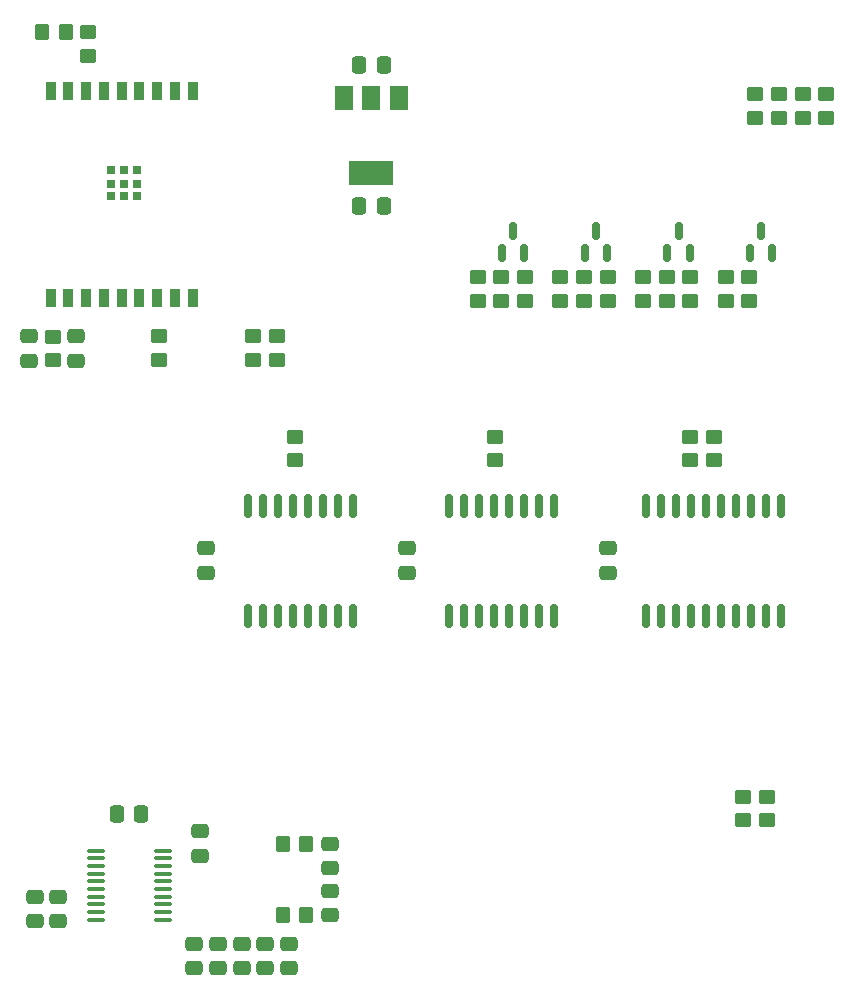
<source format=gtp>
G04 #@! TF.GenerationSoftware,KiCad,Pcbnew,6.0.6-2.fc35*
G04 #@! TF.CreationDate,2022-07-15T01:43:17+02:00*
G04 #@! TF.ProjectId,cw-amp-controll-board,63772d61-6d70-42d6-936f-6e74726f6c6c,rev?*
G04 #@! TF.SameCoordinates,Original*
G04 #@! TF.FileFunction,Paste,Top*
G04 #@! TF.FilePolarity,Positive*
%FSLAX46Y46*%
G04 Gerber Fmt 4.6, Leading zero omitted, Abs format (unit mm)*
G04 Created by KiCad (PCBNEW 6.0.6-2.fc35) date 2022-07-15 01:43:17*
%MOMM*%
%LPD*%
G01*
G04 APERTURE LIST*
G04 Aperture macros list*
%AMRoundRect*
0 Rectangle with rounded corners*
0 $1 Rounding radius*
0 $2 $3 $4 $5 $6 $7 $8 $9 X,Y pos of 4 corners*
0 Add a 4 corners polygon primitive as box body*
4,1,4,$2,$3,$4,$5,$6,$7,$8,$9,$2,$3,0*
0 Add four circle primitives for the rounded corners*
1,1,$1+$1,$2,$3*
1,1,$1+$1,$4,$5*
1,1,$1+$1,$6,$7*
1,1,$1+$1,$8,$9*
0 Add four rect primitives between the rounded corners*
20,1,$1+$1,$2,$3,$4,$5,0*
20,1,$1+$1,$4,$5,$6,$7,0*
20,1,$1+$1,$6,$7,$8,$9,0*
20,1,$1+$1,$8,$9,$2,$3,0*%
G04 Aperture macros list end*
%ADD10RoundRect,0.250000X-0.475000X0.337500X-0.475000X-0.337500X0.475000X-0.337500X0.475000X0.337500X0*%
%ADD11RoundRect,0.150000X0.150000X-0.587500X0.150000X0.587500X-0.150000X0.587500X-0.150000X-0.587500X0*%
%ADD12RoundRect,0.250000X0.450000X-0.350000X0.450000X0.350000X-0.450000X0.350000X-0.450000X-0.350000X0*%
%ADD13RoundRect,0.250000X0.475000X-0.337500X0.475000X0.337500X-0.475000X0.337500X-0.475000X-0.337500X0*%
%ADD14RoundRect,0.250000X-0.350000X-0.450000X0.350000X-0.450000X0.350000X0.450000X-0.350000X0.450000X0*%
%ADD15RoundRect,0.250000X0.337500X0.475000X-0.337500X0.475000X-0.337500X-0.475000X0.337500X-0.475000X0*%
%ADD16RoundRect,0.250000X-0.450000X0.350000X-0.450000X-0.350000X0.450000X-0.350000X0.450000X0.350000X0*%
%ADD17RoundRect,0.250000X-0.337500X-0.475000X0.337500X-0.475000X0.337500X0.475000X-0.337500X0.475000X0*%
%ADD18RoundRect,0.150000X0.150000X-0.875000X0.150000X0.875000X-0.150000X0.875000X-0.150000X-0.875000X0*%
%ADD19R,1.500000X2.000000*%
%ADD20R,3.800000X2.000000*%
%ADD21RoundRect,0.100000X0.637500X0.100000X-0.637500X0.100000X-0.637500X-0.100000X0.637500X-0.100000X0*%
%ADD22R,0.900000X1.500000*%
%ADD23R,0.700000X0.700000*%
G04 APERTURE END LIST*
D10*
X149000000Y-117962500D03*
X149000000Y-120037500D03*
D11*
X157050000Y-92937500D03*
X158950000Y-92937500D03*
X158000000Y-91062500D03*
D12*
X128000000Y-102000000D03*
X128000000Y-100000000D03*
X138000000Y-102000000D03*
X138000000Y-100000000D03*
D13*
X133000000Y-153512500D03*
X133000000Y-151437500D03*
D14*
X138500000Y-142975000D03*
X140500000Y-142975000D03*
D13*
X135000000Y-153512500D03*
X135000000Y-151437500D03*
D15*
X126500000Y-140475000D03*
X124425000Y-140475000D03*
D16*
X178500000Y-79500000D03*
X178500000Y-81500000D03*
X156500000Y-108500000D03*
X156500000Y-110500000D03*
D17*
X144962500Y-77000000D03*
X147037500Y-77000000D03*
D11*
X164050000Y-92937500D03*
X165950000Y-92937500D03*
X165000000Y-91062500D03*
D16*
X173000000Y-108500000D03*
X173000000Y-110500000D03*
X119000000Y-100037500D03*
X119000000Y-102037500D03*
D13*
X117500000Y-149512500D03*
X117500000Y-147437500D03*
D12*
X178000000Y-97000000D03*
X178000000Y-95000000D03*
D16*
X177500000Y-139000000D03*
X177500000Y-141000000D03*
D13*
X142500000Y-149012500D03*
X142500000Y-146937500D03*
D12*
X157000000Y-97000000D03*
X157000000Y-95000000D03*
D16*
X139500000Y-108500000D03*
X139500000Y-110500000D03*
D13*
X121000000Y-102075000D03*
X121000000Y-100000000D03*
D18*
X135555000Y-123650000D03*
X136825000Y-123650000D03*
X138095000Y-123650000D03*
X139365000Y-123650000D03*
X140635000Y-123650000D03*
X141905000Y-123650000D03*
X143175000Y-123650000D03*
X144445000Y-123650000D03*
X144445000Y-114350000D03*
X143175000Y-114350000D03*
X141905000Y-114350000D03*
X140635000Y-114350000D03*
X139365000Y-114350000D03*
X138095000Y-114350000D03*
X136825000Y-114350000D03*
X135555000Y-114350000D03*
D16*
X182500000Y-79500000D03*
X182500000Y-81500000D03*
X173000000Y-95000000D03*
X173000000Y-97000000D03*
D13*
X119500000Y-149512500D03*
X119500000Y-147437500D03*
D19*
X148300000Y-79850000D03*
X146000000Y-79850000D03*
D20*
X146000000Y-86150000D03*
D19*
X143700000Y-79850000D03*
D12*
X155000000Y-97000000D03*
X155000000Y-95000000D03*
D16*
X180500000Y-79500000D03*
X180500000Y-81500000D03*
D12*
X164000000Y-97000000D03*
X164000000Y-95000000D03*
D14*
X138500000Y-148975000D03*
X140500000Y-148975000D03*
D11*
X178050000Y-92937500D03*
X179950000Y-92937500D03*
X179000000Y-91062500D03*
D18*
X152555000Y-123650000D03*
X153825000Y-123650000D03*
X155095000Y-123650000D03*
X156365000Y-123650000D03*
X157635000Y-123650000D03*
X158905000Y-123650000D03*
X160175000Y-123650000D03*
X161445000Y-123650000D03*
X161445000Y-114350000D03*
X160175000Y-114350000D03*
X158905000Y-114350000D03*
X157635000Y-114350000D03*
X156365000Y-114350000D03*
X155095000Y-114350000D03*
X153825000Y-114350000D03*
X152555000Y-114350000D03*
D16*
X184500000Y-79500000D03*
X184500000Y-81500000D03*
D10*
X142500000Y-142975000D03*
X142500000Y-145050000D03*
D12*
X176000000Y-97000000D03*
X176000000Y-95000000D03*
X175000000Y-110500000D03*
X175000000Y-108500000D03*
X136000000Y-102000000D03*
X136000000Y-100000000D03*
D21*
X128362500Y-149400000D03*
X128362500Y-148750000D03*
X128362500Y-148100000D03*
X128362500Y-147450000D03*
X128362500Y-146800000D03*
X128362500Y-146150000D03*
X128362500Y-145500000D03*
X128362500Y-144850000D03*
X128362500Y-144200000D03*
X128362500Y-143550000D03*
X122637500Y-143550000D03*
X122637500Y-144200000D03*
X122637500Y-144850000D03*
X122637500Y-145500000D03*
X122637500Y-146150000D03*
X122637500Y-146800000D03*
X122637500Y-147450000D03*
X122637500Y-148100000D03*
X122637500Y-148750000D03*
X122637500Y-149400000D03*
D13*
X139000000Y-153512500D03*
X139000000Y-151437500D03*
D18*
X169285000Y-123650000D03*
X170555000Y-123650000D03*
X171825000Y-123650000D03*
X173095000Y-123650000D03*
X174365000Y-123650000D03*
X175635000Y-123650000D03*
X176905000Y-123650000D03*
X178175000Y-123650000D03*
X179445000Y-123650000D03*
X180715000Y-123650000D03*
X180715000Y-114350000D03*
X179445000Y-114350000D03*
X178175000Y-114350000D03*
X176905000Y-114350000D03*
X175635000Y-114350000D03*
X174365000Y-114350000D03*
X173095000Y-114350000D03*
X171825000Y-114350000D03*
X170555000Y-114350000D03*
X169285000Y-114350000D03*
D13*
X166000000Y-120037500D03*
X166000000Y-117962500D03*
D16*
X122000000Y-74250000D03*
X122000000Y-76250000D03*
X166000000Y-95000000D03*
X166000000Y-97000000D03*
D13*
X131000000Y-153512500D03*
X131000000Y-151437500D03*
X137000000Y-153512500D03*
X137000000Y-151437500D03*
D12*
X171000000Y-97000000D03*
X171000000Y-95000000D03*
D11*
X171050000Y-92937500D03*
X172950000Y-92937500D03*
X172000000Y-91062500D03*
D10*
X132000000Y-117962500D03*
X132000000Y-120037500D03*
D12*
X169000000Y-97000000D03*
X169000000Y-95000000D03*
D14*
X118100000Y-74250000D03*
X120100000Y-74250000D03*
D16*
X179500000Y-139000000D03*
X179500000Y-141000000D03*
D17*
X144962500Y-89000000D03*
X147037500Y-89000000D03*
D13*
X131500000Y-143975000D03*
X131500000Y-141900000D03*
D10*
X117000000Y-100000000D03*
X117000000Y-102075000D03*
D12*
X162000000Y-97000000D03*
X162000000Y-95000000D03*
D22*
X118850000Y-96750000D03*
X120350000Y-96750000D03*
X121850000Y-96750000D03*
X123350000Y-96750000D03*
X124850000Y-96750000D03*
X126350000Y-96750000D03*
X127850000Y-96750000D03*
X129350000Y-96750000D03*
X130850000Y-96750000D03*
X130850000Y-79250000D03*
X129350000Y-79250000D03*
X127850000Y-79250000D03*
X126350000Y-79250000D03*
X124850000Y-79250000D03*
X123350000Y-79250000D03*
X121850000Y-79250000D03*
X120350000Y-79250000D03*
X118850000Y-79250000D03*
D23*
X125050000Y-88140000D03*
X123950000Y-88140000D03*
X123950000Y-85940000D03*
X125050000Y-87090000D03*
X125050000Y-85940000D03*
X123950000Y-87090000D03*
X126150000Y-87090000D03*
X126150000Y-85940000D03*
X126150000Y-88140000D03*
D16*
X159000000Y-95000000D03*
X159000000Y-97000000D03*
M02*

</source>
